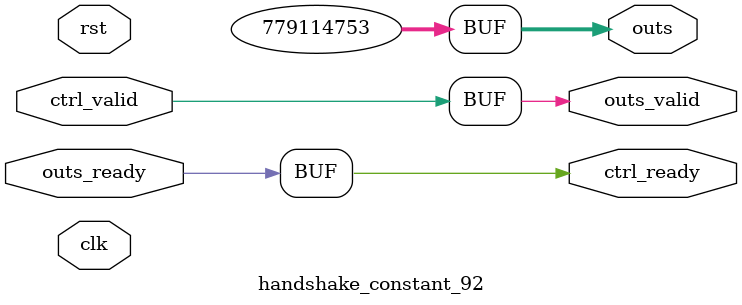
<source format=v>
`timescale 1ns / 1ps
module handshake_constant_92 #(
  parameter DATA_WIDTH = 32  // Default set to 32 bits
) (
  input                       clk,
  input                       rst,
  // Input Channel
  input                       ctrl_valid,
  output                      ctrl_ready,
  // Output Channel
  output [DATA_WIDTH - 1 : 0] outs,
  output                      outs_valid,
  input                       outs_ready
);
  assign outs       = 31'b0101110011100000101100100000001;
  assign outs_valid = ctrl_valid;
  assign ctrl_ready = outs_ready;

endmodule

</source>
